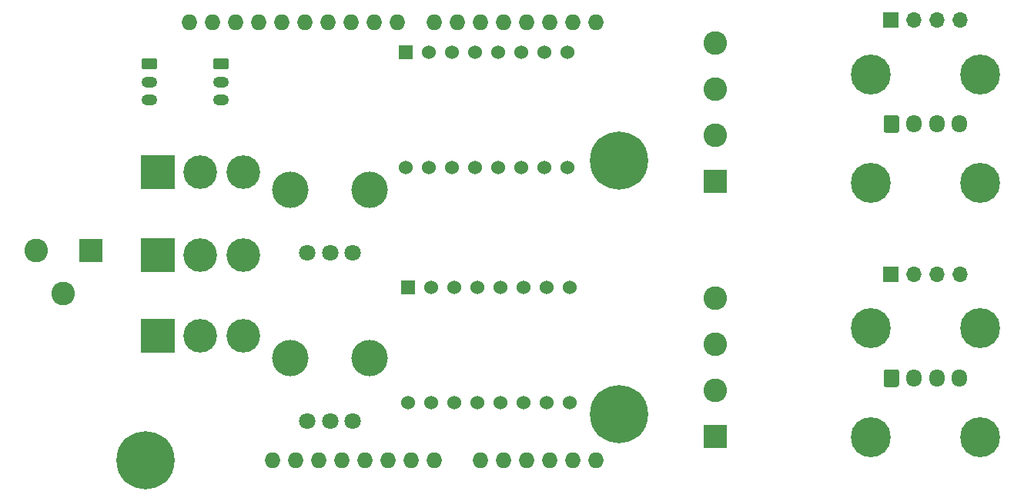
<source format=gbs>
%MOIN*%
%OFA0B0*%
%FSLAX46Y46*%
%IPPOS*%
%LPD*%
%ADD10C,0.17322834645669294*%
%ADD11C,0.027559055118110236*%
%ADD12O,0.066929133858267723X0.076771653543307089*%
%ADD13R,0.066929133858267723X0.066929133858267723*%
%ADD14O,0.066929133858267723X0.066929133858267723*%
%ADD25O,0.068X0.068*%
%ADD26C,0.12598425196850396*%
%ADD27R,0.060000000000000005X0.060000000000000005*%
%ADD28C,0.060000000000000005*%
%ADD29C,0.031496062992125991*%
%ADD30C,0.25196850393700793*%
%ADD31C,0.10236220472440946*%
%ADD32R,0.10236220472440946X0.10236220472440946*%
%ADD33O,0.068897637795275593X0.047244094488188976*%
%ADD34C,0.070866141732283464*%
%ADD35C,0.15748031496062992*%
%ADD36C,0.1456692913385827*%
%ADD37R,0.1456692913385827X0.1456692913385827*%
%ADD38C,0.17322834645669294*%
%ADD39C,0.027559055118110236*%
%ADD40O,0.066929133858267723X0.076771653543307089*%
%ADD41R,0.066929133858267723X0.066929133858267723*%
%ADD42O,0.066929133858267723X0.066929133858267723*%
G01*
D10*
X0000236220Y0004527559D02*
X0003937007Y0000738188D03*
D11*
X0004001968Y0000738188D03*
X0003982941Y0000692254D03*
X0003937007Y0000673228D03*
X0003891073Y0000692254D03*
X0003872047Y0000738188D03*
X0003891073Y0000784123D03*
X0003937007Y0000803149D03*
X0003982941Y0000784123D03*
X0004455382Y0000784123D03*
X0004409448Y0000803149D03*
X0004363514Y0000784123D03*
X0004344488Y0000738188D03*
X0004363514Y0000692254D03*
X0004409448Y0000673228D03*
X0004455382Y0000692254D03*
X0004474409Y0000738188D03*
D10*
X0004409448Y0000738188D03*
X0003937007Y0000265748D03*
D11*
X0004001968Y0000265748D03*
X0003982941Y0000219813D03*
X0003937007Y0000200787D03*
X0003891073Y0000219813D03*
X0003872047Y0000265748D03*
X0003891073Y0000311682D03*
X0003937007Y0000330708D03*
X0003982941Y0000311682D03*
X0004455382Y0000311682D03*
X0004409448Y0000330708D03*
X0004363514Y0000311682D03*
X0004344488Y0000265748D03*
X0004363514Y0000219813D03*
X0004409448Y0000200787D03*
X0004455382Y0000219813D03*
X0004474409Y0000265748D03*
D10*
X0004409448Y0000265748D03*
G36*
G01*
X0003991755Y0000494015D02*
X0003991755Y0000551102D01*
G75*
G02*
X0004001598Y0000560944I0000009842D01*
G01*
X0004048842Y0000560944D01*
G75*
G02*
X0004058685Y0000551102J-0000009842D01*
G01*
X0004058685Y0000494015D01*
G75*
G02*
X0004048842Y0000484173I-0000009842D01*
G01*
X0004001598Y0000484173D01*
G75*
G02*
X0003991755Y0000494015J0000009842D01*
G01*
G37*
D12*
X0004123645Y0000522559D03*
X0004222070Y0000522559D03*
X0004320496Y0000522559D03*
D13*
X0004023251Y0000974559D03*
D14*
X0004123251Y0000974559D03*
X0004223251Y0000974559D03*
X0004323251Y0000974559D03*
G04 next file*
G04 #@! TF.GenerationSoftware,KiCad,Pcbnew,5.1.9-73d0e3b20d~88~ubuntu18.04.1*
G04 #@! TF.CreationDate,2021-02-13T22:05:11-05:00*
G04 #@! TF.ProjectId,driver,64726976-6572-42e6-9b69-6361645f7063,v1.0.0*
G04 #@! TF.SameCoordinates,Original*
G04 #@! TF.FileFunction,Soldermask,Bot*
G04 #@! TF.FilePolarity,Negative*
G04 Gerber Fmt 4.6, Leading zero omitted, Abs format (unit mm)*
G04 Created by KiCad (PCBNEW 5.1.9-73d0e3b20d~88~ubuntu18.04.1) date 2021-02-13 22:05:11*
G01*
G04 APERTURE LIST*
G04 APERTURE END LIST*
D25*
X-0004007000Y0005095319D02*
X0002745952Y0000167366D03*
X0002645952Y0000167366D03*
X0002545952Y0000167366D03*
X0002445952Y0000167366D03*
X0002345952Y0000167366D03*
X0001345952Y0000167366D03*
X0001585952Y0002067366D03*
X0001485952Y0002067366D03*
X0001385952Y0002067366D03*
X0001185952Y0002067366D03*
X0001085952Y0002067366D03*
X0000985952Y0002067366D03*
D26*
X0000795952Y0000167366D03*
X0002845952Y0001467366D03*
X0002845952Y0000367366D03*
D25*
X0001685952Y0002067366D03*
X0001785952Y0002067366D03*
X0001885952Y0002067366D03*
X0001285952Y0002067366D03*
X0002045952Y0002067366D03*
X0002145952Y0002067366D03*
X0002245952Y0002067366D03*
X0002345952Y0002067366D03*
X0002445952Y0002067366D03*
X0002545952Y0002067366D03*
X0002645952Y0002067366D03*
X0002745952Y0002067366D03*
X0001445952Y0000167366D03*
X0001545952Y0000167366D03*
X0001645952Y0000167366D03*
X0001745952Y0000167366D03*
X0001845952Y0000167366D03*
X0001945952Y0000167366D03*
X0002045952Y0000167366D03*
X0002245952Y0000167366D03*
D27*
X0001932999Y0000915319D03*
D28*
X0002032999Y0000915319D03*
X0002132999Y0000915319D03*
X0002232999Y0000915319D03*
X0002332999Y0000915319D03*
X0002432999Y0000915319D03*
X0002532999Y0000915319D03*
X0002632999Y0000915319D03*
X0002632999Y0000415319D03*
X0002532999Y0000415319D03*
X0002432999Y0000415319D03*
X0002332999Y0000415319D03*
X0002232999Y0000415319D03*
X0002132999Y0000415319D03*
X0002032999Y0000415319D03*
X0001932999Y0000415319D03*
X0001922999Y0001435319D03*
X0002022999Y0001435319D03*
X0002122999Y0001435319D03*
X0002222999Y0001435319D03*
X0002322999Y0001435319D03*
X0002422999Y0001435319D03*
X0002522999Y0001435319D03*
X0002622999Y0001435319D03*
X0002622999Y0001935319D03*
X0002522999Y0001935319D03*
X0002422999Y0001935319D03*
X0002322999Y0001935319D03*
X0002222999Y0001935319D03*
X0002122999Y0001935319D03*
X0002022999Y0001935319D03*
D27*
X0001922999Y0001935319D03*
D25*
X0002245952Y0000167366D03*
X0002045952Y0000167366D03*
X0001945952Y0000167366D03*
X0001845952Y0000167366D03*
X0001745952Y0000167366D03*
X0001645952Y0000167366D03*
X0001545952Y0000167366D03*
X0001445952Y0000167366D03*
X0002745952Y0002067366D03*
X0002645952Y0002067366D03*
X0002545952Y0002067366D03*
X0002445952Y0002067366D03*
X0002345952Y0002067366D03*
X0002245952Y0002067366D03*
X0002145952Y0002067366D03*
X0002045952Y0002067366D03*
X0001285952Y0002067366D03*
X0001885952Y0002067366D03*
X0001785952Y0002067366D03*
X0001685952Y0002067366D03*
D26*
X0002845952Y0000367366D03*
X0002845952Y0001467366D03*
X0000795952Y0000167366D03*
D25*
X0000985952Y0002067366D03*
X0001085952Y0002067366D03*
X0001185952Y0002067366D03*
X0001385952Y0002067366D03*
X0001485952Y0002067366D03*
X0001585952Y0002067366D03*
X0001345952Y0000167366D03*
X0002345952Y0000167366D03*
X0002445952Y0000167366D03*
X0002545952Y0000167366D03*
X0002645952Y0000167366D03*
X0002745952Y0000167366D03*
D29*
X0002912765Y0001534179D03*
X0002845952Y0001561854D03*
X0002779139Y0001534179D03*
X0002751464Y0001467366D03*
X0002779139Y0001400553D03*
X0002845952Y0001372878D03*
X0002912765Y0001400553D03*
X0002940440Y0001467366D03*
D30*
X0002845952Y0001467366D03*
X0000795952Y0000167366D03*
D29*
X0000890440Y0000167366D03*
X0000862765Y0000100553D03*
X0000795952Y0000072878D03*
X0000729139Y0000100553D03*
X0000701464Y0000167366D03*
X0000729139Y0000234179D03*
X0000795952Y0000261854D03*
X0000862765Y0000234179D03*
X0002912765Y0000434179D03*
X0002845952Y0000461854D03*
X0002779139Y0000434179D03*
X0002751464Y0000367366D03*
X0002779139Y0000300553D03*
X0002845952Y0000272878D03*
X0002912765Y0000300553D03*
X0002940440Y0000367366D03*
D30*
X0002845952Y0000367366D03*
D31*
X0003262999Y0001975319D03*
X0003262999Y0001775319D03*
X0003262999Y0001575319D03*
D32*
X0003262999Y0001375319D03*
X0003262999Y0000270319D03*
D31*
X0003262999Y0000470319D03*
X0003262999Y0000670319D03*
X0003262999Y0000870319D03*
D33*
X0000812999Y0001728839D03*
X0000812999Y0001807579D03*
G36*
G01*
X0000788393Y0001909941D02*
X0000837606Y0001909941D01*
G75*
G02*
X0000847448Y0001900098J-0000009842D01*
G01*
X0000847448Y0001872539D01*
G75*
G02*
X0000837606Y0001862697I-0000009842D01*
G01*
X0000788393Y0001862697D01*
G75*
G02*
X0000778551Y0001872539J0000009842D01*
G01*
X0000778551Y0001900098D01*
G75*
G02*
X0000788393Y0001909941I0000009842D01*
G01*
G37*
G36*
G01*
X0001098393Y0001909941D02*
X0001147606Y0001909941D01*
G75*
G02*
X0001157448Y0001900098J-0000009842D01*
G01*
X0001157448Y0001872539D01*
G75*
G02*
X0001147606Y0001862697I-0000009842D01*
G01*
X0001098393Y0001862697D01*
G75*
G02*
X0001088551Y0001872539J0000009842D01*
G01*
X0001088551Y0001900098D01*
G75*
G02*
X0001098393Y0001909941I0000009842D01*
G01*
G37*
X0001122999Y0001807579D03*
X0001122999Y0001728839D03*
D32*
X0000559220Y0001075319D03*
D31*
X0000322999Y0001075319D03*
X0000441110Y0000890280D03*
D34*
X0001496149Y0000335319D03*
X0001594574Y0000335319D03*
X0001692999Y0000335319D03*
D35*
X0001421346Y0000610909D03*
X0001767803Y0000610909D03*
X0001767803Y0001340909D03*
X0001421346Y0001340909D03*
D34*
X0001692999Y0001065319D03*
X0001594574Y0001065319D03*
X0001496149Y0001065319D03*
D36*
X0001032999Y0000705319D03*
D37*
X0000847960Y0000705319D03*
D36*
X0001218039Y0000705319D03*
X0001218039Y0001055319D03*
D37*
X0000847960Y0001055319D03*
D36*
X0001032999Y0001055319D03*
X0001032999Y0001415319D03*
D37*
X0000847960Y0001415319D03*
D36*
X0001218039Y0001415319D03*
G04 next file*
G04 #@! TF.GenerationSoftware,KiCad,Pcbnew,5.1.9-73d0e3b20d~88~ubuntu18.04.1*
G04 #@! TF.CreationDate,2021-02-13T22:07:47-05:00*
G04 #@! TF.ProjectId,connector,636f6e6e-6563-4746-9f72-2e6b69636164,v1.0.0*
G04 #@! TF.SameCoordinates,Original*
G04 #@! TF.FileFunction,Soldermask,Bot*
G04 #@! TF.FilePolarity,Negative*
G04 Gerber Fmt 4.6, Leading zero omitted, Abs format (unit mm)*
G04 Created by KiCad (PCBNEW 5.1.9-73d0e3b20d~88~ubuntu18.04.1) date 2021-02-13 22:07:47*
G01*
G04 APERTURE LIST*
G04 APERTURE END LIST*
D38*
X0000236220Y0005629921D02*
X0003937007Y0001840551D03*
D39*
X0004001968Y0001840551D03*
X0003982941Y0001794617D03*
X0003937007Y0001775590D03*
X0003891073Y0001794617D03*
X0003872047Y0001840551D03*
X0003891073Y0001886485D03*
X0003937007Y0001905511D03*
X0003982941Y0001886485D03*
X0004455382Y0001886485D03*
X0004409448Y0001905511D03*
X0004363514Y0001886485D03*
X0004344488Y0001840551D03*
X0004363514Y0001794617D03*
X0004409448Y0001775590D03*
X0004455382Y0001794617D03*
X0004474409Y0001840551D03*
D38*
X0004409448Y0001840551D03*
X0003937007Y0001368110D03*
D39*
X0004001968Y0001368110D03*
X0003982941Y0001322176D03*
X0003937007Y0001303149D03*
X0003891073Y0001322176D03*
X0003872047Y0001368110D03*
X0003891073Y0001414044D03*
X0003937007Y0001433070D03*
X0003982941Y0001414044D03*
X0004455382Y0001414044D03*
X0004409448Y0001433070D03*
X0004363514Y0001414044D03*
X0004344488Y0001368110D03*
X0004363514Y0001322176D03*
X0004409448Y0001303149D03*
X0004455382Y0001322176D03*
X0004474409Y0001368110D03*
D38*
X0004409448Y0001368110D03*
G36*
G01*
X0003991755Y0001596377D02*
X0003991755Y0001653464D01*
G75*
G02*
X0004001598Y0001663307I0000009842D01*
G01*
X0004048842Y0001663307D01*
G75*
G02*
X0004058685Y0001653464J-0000009842D01*
G01*
X0004058685Y0001596377D01*
G75*
G02*
X0004048842Y0001586535I-0000009842D01*
G01*
X0004001598Y0001586535D01*
G75*
G02*
X0003991755Y0001596377J0000009842D01*
G01*
G37*
D40*
X0004123645Y0001624921D03*
X0004222070Y0001624921D03*
X0004320496Y0001624921D03*
D41*
X0004023251Y0002076921D03*
D42*
X0004123251Y0002076921D03*
X0004223251Y0002076921D03*
X0004323251Y0002076921D03*
M02*
</source>
